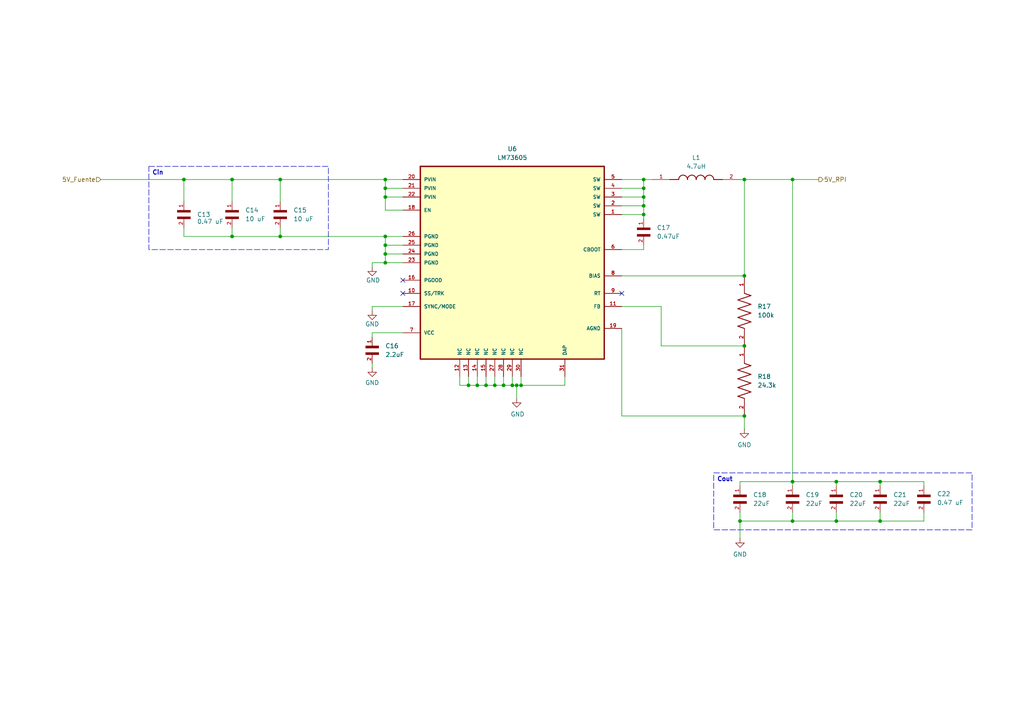
<source format=kicad_sch>
(kicad_sch (version 20250114) (generator "eeschema") (generator_version "9.0")
  (paper "A4")
  (title_block (title "Regulador "))
  (lib_symbols
    (symbol "0603WAJ0104T5E:0603WAJ0104T5E" (pin_names (offset 1.016))
      (property "Reference" "R" (at -5.08 2.54 0))
      (property "Value" "0603WAJ0104T5E" (at -5.08 -3.81 0))
      (symbol "0603WAJ0104T5E_0_0"
        (polyline (pts (xy -5.08 0) (xy -4.445 1.905)) (stroke (width 0.254)))
        (polyline (pts (xy -4.445 1.905) (xy -3.175 -1.905)) (stroke (width 0.254)))
        (polyline (pts (xy -3.175 -1.905) (xy -1.905 1.905)) (stroke (width 0.254)))
        (polyline (pts (xy -1.905 1.905) (xy -0.635 -1.905)) (stroke (width 0.254)))
        (polyline (pts (xy -0.635 -1.905) (xy 0.635 1.905)) (stroke (width 0.254)))
        (polyline (pts (xy 0.635 1.905) (xy 1.905 -1.905)) (stroke (width 0.254)))
        (polyline (pts (xy 1.905 -1.905) (xy 3.175 1.905)) (stroke (width 0.254)))
        (polyline (pts (xy 3.175 1.905) (xy 4.445 -1.905)) (stroke (width 0.254)))
        (polyline (pts (xy 4.445 -1.905) (xy 5.08 0)) (stroke (width 0.254)))
        (pin passive line (at -10.16 0 0) (length 5.08) (name "~") (number "1"))
        (pin passive line (at 10.16 0 180) (length 5.08) (name "~") (number "2"))
      )
    )
    (symbol "0805W8F2432T5E:0805W8F2432T5E" (pin_names (offset 1.016))
      (property "Reference" "R" (at -5.08 2.54 0))
      (property "Value" "0805W8F2432T5E" (at -5.08 -3.81 0))
      (symbol "0805W8F2432T5E_0_0"
        (polyline (pts (xy -5.08 0) (xy -4.445 1.905)) (stroke (width 0.254)))
        (polyline (pts (xy -4.445 1.905) (xy -3.175 -1.905)) (stroke (width 0.254)))
        (polyline (pts (xy -3.175 -1.905) (xy -1.905 1.905)) (stroke (width 0.254)))
        (polyline (pts (xy -1.905 1.905) (xy -0.635 -1.905)) (stroke (width 0.254)))
        (polyline (pts (xy -0.635 -1.905) (xy 0.635 1.905)) (stroke (width 0.254)))
        (polyline (pts (xy 0.635 1.905) (xy 1.905 -1.905)) (stroke (width 0.254)))
        (polyline (pts (xy 1.905 -1.905) (xy 3.175 1.905)) (stroke (width 0.254)))
        (polyline (pts (xy 3.175 1.905) (xy 4.445 -1.905)) (stroke (width 0.254)))
        (polyline (pts (xy 4.445 -1.905) (xy 5.08 0)) (stroke (width 0.254)))
        (pin passive line (at -10.16 0 0) (length 5.08) (name "~") (number "1"))
        (pin passive line (at 10.16 0 180) (length 5.08) (name "~") (number "2"))
      )
    )
    (symbol "CC0603KRX7R7BB474:CC0603KRX7R7BB474" (pin_names (offset 1.016))
      (property "Reference" "C" (at 0 3.81 0))
      (property "Value" "CC0603KRX7R7BB474" (at 0 -5.08 0))
      (symbol "CC0603KRX7R7BB474_0_0"
        (rectangle (start 0 -1.905) (end 0.635 1.905) (stroke (width 0.1)) (fill (type outline)))
        (rectangle (start 1.905 -1.905) (end 2.54 1.905) (stroke (width 0.1)) (fill (type outline)))
        (pin passive line (at -2.54 0 0) (length 2.54) (name "~") (number "2"))
        (pin passive line (at 5.08 0 180) (length 2.54) (name "~") (number "1"))
      )
    )
    (symbol "CL31B106KOHNNNE:CL31B106KOHNNNE" (pin_names (offset 1.016))
      (property "Reference" "C" (at 0 3.8109 0))
      (property "Value" "CL31B106KOHNNNE" (at 0 -5.0885 0))
      (symbol "CL31B106KOHNNNE_0_0"
        (rectangle (start 0 -1.9069) (end 0.635 1.905) (stroke (width 0.1)) (fill (type outline)))
        (rectangle (start 1.9069 -1.9069) (end 2.54 1.905) (stroke (width 0.1)) (fill (type outline)))
        (pin passive line (at -2.54 0 0) (length 2.54) (name "~") (number "1"))
        (pin passive line (at 5.08 0 180) (length 2.54) (name "~") (number "2"))
      )
    )
    (symbol "CL31B225KOHNNNE:CL31B225KOHNNNE" (pin_names (offset 1.016))
      (property "Reference" "C" (at 0 3.8109 0))
      (property "Value" "CL31B225KOHNNNE" (at 0 -5.0885 0))
      (symbol "CL31B225KOHNNNE_0_0"
        (rectangle (start 0 -1.9069) (end 0.635 1.905) (stroke (width 0.1)) (fill (type outline)))
        (rectangle (start 1.9069 -1.9069) (end 2.54 1.905) (stroke (width 0.1)) (fill (type outline)))
        (pin passive line (at -2.54 0 0) (length 2.54) (name "~") (number "1"))
        (pin passive line (at 5.08 0 180) (length 2.54) (name "~") (number "2"))
      )
    )
    (symbol "CL32B226KOJNNNE:CL32B226KOJNNNE" (pin_names (offset 1.016))
      (property "Reference" "C" (at 0 3.8109 0))
      (property "Value" "CL32B226KOJNNNE" (at 0 -5.0885 0))
      (symbol "CL32B226KOJNNNE_0_0"
        (rectangle (start 0 -1.9069) (end 0.635 1.905) (stroke (width 0.1)) (fill (type outline)))
        (rectangle (start 1.9069 -1.9069) (end 2.54 1.905) (stroke (width 0.1)) (fill (type outline)))
        (pin passive line (at -2.54 0 0) (length 2.54) (name "~") (number "1"))
        (pin passive line (at 5.08 0 180) (length 2.54) (name "~") (number "2"))
      )
    )
    (symbol "LM73606RNPR:LM73605/6" (pin_names (offset 1.016))
      (property "Reference" "U1" (at -4.318 31.496 0))
      (property "Value" "LM73605/6" (at -4.318 28.194 0))
      (symbol "LM73605/6_0_0"
        (rectangle (start -12.7 25.4) (end 40.64 -30.48) (stroke (width 0.4064)) (fill (type background)))
      )
      (symbol "LM73605/6_1_0"
        (pin input line (at -17.78 21.59 0) (length 5.08) (name "PVIN") (number "20"))
        (pin input line (at -17.78 19.05 0) (length 5.08) (name "PVIN") (number "21"))
        (pin input line (at -17.78 16.51 0) (length 5.08) (name "PVIN") (number "22"))
        (pin input line (at -17.78 12.7 0) (length 5.08) (name "EN") (number "18"))
        (pin input line (at -17.78 5.08 0) (length 5.08) (name "PGND") (number "26"))
        (pin input line (at -17.78 2.54 0) (length 5.08) (name "PGND") (number "25"))
        (pin input line (at -17.78 0 0) (length 5.08) (name "PGND") (number "24"))
        (pin input line (at -17.78 -2.54 0) (length 5.08) (name "PGND") (number "23"))
        (pin output line (at -17.78 -7.62 0) (length 5.08) (name "PGOOD") (number "16"))
        (pin input line (at -17.78 -11.43 0) (length 5.08) (name "SS/TRK") (number "10"))
        (pin input line (at -17.78 -15.24 0) (length 5.08) (name "SYNC/MODE") (number "17"))
        (pin input line (at -17.78 -22.86 0) (length 5.08) (name "VCC") (number "7"))
        (pin passive line (at -1.27 -35.56 90) (length 5.08) (name "NC") (number "12"))
        (pin passive line (at 1.27 -35.56 90) (length 5.08) (name "NC") (number "13"))
        (pin passive line (at 3.81 -35.56 90) (length 5.08) (name "NC") (number "14"))
        (pin passive line (at 6.35 -35.56 90) (length 5.08) (name "NC") (number "15"))
        (pin passive line (at 8.89 -35.56 90) (length 5.08) (name "NC") (number "27"))
        (pin passive line (at 11.43 -35.56 90) (length 5.08) (name "NC") (number "28"))
        (pin passive line (at 13.97 -35.56 90) (length 5.08) (name "NC") (number "29"))
        (pin passive line (at 16.51 -35.56 90) (length 5.08) (name "NC") (number "30"))
        (pin passive line (at 29.21 -35.56 90) (length 5.08) (name "DAP") (number "31"))
        (pin output line (at 45.72 21.59 180) (length 5.08) (name "SW") (number "5"))
        (pin output line (at 45.72 19.05 180) (length 5.08) (name "SW") (number "4"))
        (pin output line (at 45.72 16.51 180) (length 5.08) (name "SW") (number "3"))
        (pin output line (at 45.72 13.97 180) (length 5.08) (name "SW") (number "2"))
        (pin output line (at 45.72 11.43 180) (length 5.08) (name "SW") (number "1"))
        (pin input line (at 45.72 1.27 180) (length 5.08) (name "CBOOT") (number "6"))
        (pin input line (at 45.72 -6.35 180) (length 5.08) (name "BIAS") (number "8"))
        (pin input line (at 45.72 -11.43 180) (length 5.08) (name "RT") (number "9"))
        (pin input line (at 45.72 -15.24 180) (length 5.08) (name "FB") (number "11"))
        (pin input line (at 45.72 -21.59 180) (length 5.08) (name "AGND") (number "19"))
      )
    )
    (symbol "SPM10040T-4R7M:SPM10040T-4R7M" (pin_names (offset 1.016))
      (property "Reference" "L" (at -10.16 5.08 0))
      (property "Value" "SPM10040T-4R7M" (at -10.16 -5.08 0))
      (symbol "SPM10040T-4R7M_0_0"
        (polyline (pts (xy -5.08 0) (xy -7.62 0)) (stroke (width 0.254)))
        (arc (start -5.08 0) (mid -3.81 1.2645) (end -2.54 0) (stroke (width 0.254)))
        (arc (start -2.54 0) (mid -1.27 1.2645) (end 0 0) (stroke (width 0.254)))
        (arc (start 0 0) (mid 1.27 1.2645) (end 2.54 0) (stroke (width 0.254)))
        (arc (start 2.54 0) (mid 3.81 1.2645) (end 5.08 0) (stroke (width 0.254)))
        (polyline (pts (xy 5.08 0) (xy 7.62 0)) (stroke (width 0.254)))
        (pin passive line (at -12.7 0 0) (length 5.08) (name "~") (number "1"))
        (pin passive line (at 12.7 0 180) (length 5.08) (name "~") (number "2"))
      )
    )
    (symbol "power:GND" (power) (pin_numbers (hide yes)) (pin_names (offset 0) (hide yes))
      (property "Value" "GND" (at 0 -3.81 0))
      (symbol "GND_0_1"
        (polyline (pts (xy 0 0) (xy 0 -1.27) (xy 1.27 -1.27) (xy 0 -2.54) (xy -1.27 -1.27) (xy 0 -1.27)))
      )
      (symbol "GND_1_1"
        (pin power_in line (at 0 0 270) (length 0) (name "~") (number "1"))
      )
    )
  )
  (text_box "Cin" (at 43.18 48.26 0) (size 52.07 24.13) (margins 0.9525 0.9525 0.9525 0.9525) (stroke (width 0) (type dash)) (effects (font (size 1.27 1.27) (thickness 0.254) (bold yes)) (justify left top)))
  (text_box "Cout" (at 207.01 137.16 0) (size 74.93 16.51) (margins 0.9525 0.9525 0.9525 0.9525) (stroke (width 0) (type dash)) (effects (font (size 1.27 1.27) (thickness 0.254) (bold yes)) (justify left top)))
  (junction (at 242.57 151.13))
  (junction (at 140.97 111.76))
  (junction (at 138.43 111.76))
  (junction (at 81.28 52.07))
  (junction (at 229.87 52.07))
  (junction (at 215.9 100.33))
  (junction (at 67.31 52.07))
  (junction (at 111.76 73.66))
  (junction (at 186.69 62.23))
  (junction (at 255.27 151.13))
  (junction (at 111.76 71.12))
  (junction (at 149.86 111.76))
  (junction (at 81.28 68.58))
  (junction (at 111.76 52.07))
  (junction (at 229.87 151.13))
  (junction (at 186.69 59.69))
  (junction (at 143.51 111.76))
  (junction (at 255.27 139.7))
  (junction (at 215.9 120.65))
  (junction (at 111.76 54.61))
  (junction (at 151.13 111.76))
  (junction (at 242.57 139.7))
  (junction (at 186.69 54.61))
  (junction (at 229.87 139.7))
  (junction (at 215.9 52.07))
  (junction (at 53.34 52.07))
  (junction (at 135.89 111.76))
  (junction (at 111.76 76.2))
  (junction (at 111.76 68.58))
  (junction (at 214.63 151.13))
  (junction (at 67.31 68.58))
  (junction (at 148.59 111.76))
  (junction (at 186.69 52.07))
  (junction (at 215.9 80.01))
  (junction (at 146.05 111.76))
  (junction (at 111.76 57.15))
  (junction (at 186.69 57.15))
  (no_connect (at 116.84 85.09))
  (no_connect (at 180.34 85.09))
  (no_connect (at 116.84 81.28))
  (wire (pts (xy 215.9 80.01) (xy 215.9 52.07)))
  (wire (pts (xy 53.34 52.07) (xy 53.34 58.42)))
  (wire (pts (xy 138.43 109.22) (xy 138.43 111.76)))
  (wire (pts (xy 67.31 68.58) (xy 53.34 68.58)))
  (wire (pts (xy 267.97 148.59) (xy 267.97 151.13)))
  (wire (pts (xy 116.84 57.15) (xy 111.76 57.15)))
  (wire (pts (xy 116.84 60.96) (xy 111.76 60.96)))
  (wire (pts (xy 242.57 139.7) (xy 242.57 140.97)))
  (wire (pts (xy 107.95 76.2) (xy 111.76 76.2)))
  (wire (pts (xy 229.87 52.07) (xy 237.49 52.07)))
  (wire (pts (xy 215.9 120.65) (xy 180.34 120.65)))
  (wire (pts (xy 180.34 57.15) (xy 186.69 57.15)))
  (wire (pts (xy 186.69 71.12) (xy 186.69 72.39)))
  (wire (pts (xy 133.35 111.76) (xy 135.89 111.76)))
  (wire (pts (xy 111.76 54.61) (xy 116.84 54.61)))
  (wire (pts (xy 107.95 105.41) (xy 107.95 106.68)))
  (wire (pts (xy 81.28 52.07) (xy 81.28 58.42)))
  (wire (pts (xy 191.77 100.33) (xy 191.77 88.9)))
  (wire (pts (xy 116.84 71.12) (xy 111.76 71.12)))
  (wire (pts (xy 215.9 100.33) (xy 191.77 100.33)))
  (wire (pts (xy 163.83 109.22) (xy 163.83 111.76)))
  (wire (pts (xy 186.69 57.15) (xy 186.69 54.61)))
  (wire (pts (xy 242.57 151.13) (xy 229.87 151.13)))
  (wire (pts (xy 229.87 151.13) (xy 214.63 151.13)))
  (wire (pts (xy 242.57 148.59) (xy 242.57 151.13)))
  (wire (pts (xy 149.86 111.76) (xy 149.86 115.57)))
  (wire (pts (xy 255.27 151.13) (xy 242.57 151.13)))
  (wire (pts (xy 107.95 96.52) (xy 116.84 96.52)))
  (wire (pts (xy 146.05 111.76) (xy 148.59 111.76)))
  (wire (pts (xy 135.89 111.76) (xy 138.43 111.76)))
  (wire (pts (xy 111.76 57.15) (xy 111.76 54.61)))
  (wire (pts (xy 67.31 66.04) (xy 67.31 68.58)))
  (wire (pts (xy 214.63 139.7) (xy 214.63 140.97)))
  (wire (pts (xy 186.69 72.39) (xy 180.34 72.39)))
  (wire (pts (xy 81.28 68.58) (xy 67.31 68.58)))
  (wire (pts (xy 53.34 52.07) (xy 67.31 52.07)))
  (wire (pts (xy 186.69 59.69) (xy 186.69 57.15)))
  (wire (pts (xy 67.31 52.07) (xy 67.31 58.42)))
  (wire (pts (xy 186.69 52.07) (xy 189.23 52.07)))
  (wire (pts (xy 229.87 148.59) (xy 229.87 151.13)))
  (wire (pts (xy 111.76 68.58) (xy 81.28 68.58)))
  (wire (pts (xy 214.63 148.59) (xy 214.63 151.13)))
  (wire (pts (xy 229.87 139.7) (xy 214.63 139.7)))
  (wire (pts (xy 186.69 54.61) (xy 180.34 54.61)))
  (wire (pts (xy 107.95 76.2) (xy 107.95 77.47)))
  (wire (pts (xy 151.13 111.76) (xy 163.83 111.76)))
  (wire (pts (xy 255.27 139.7) (xy 242.57 139.7)))
  (wire (pts (xy 180.34 95.25) (xy 180.34 120.65)))
  (wire (pts (xy 67.31 52.07) (xy 81.28 52.07)))
  (wire (pts (xy 186.69 62.23) (xy 186.69 59.69)))
  (wire (pts (xy 267.97 139.7) (xy 255.27 139.7)))
  (wire (pts (xy 81.28 52.07) (xy 111.76 52.07)))
  (wire (pts (xy 111.76 60.96) (xy 111.76 57.15)))
  (wire (pts (xy 180.34 62.23) (xy 186.69 62.23)))
  (wire (pts (xy 29.21 52.07) (xy 53.34 52.07)))
  (wire (pts (xy 138.43 111.76) (xy 140.97 111.76)))
  (wire (pts (xy 111.76 73.66) (xy 111.76 71.12)))
  (wire (pts (xy 214.63 151.13) (xy 214.63 156.21)))
  (wire (pts (xy 229.87 52.07) (xy 229.87 139.7)))
  (wire (pts (xy 146.05 109.22) (xy 146.05 111.76)))
  (wire (pts (xy 151.13 111.76) (xy 151.13 109.22)))
  (wire (pts (xy 267.97 140.97) (xy 267.97 139.7)))
  (wire (pts (xy 255.27 148.59) (xy 255.27 151.13)))
  (wire (pts (xy 186.69 52.07) (xy 186.69 54.61)))
  (wire (pts (xy 107.95 90.17) (xy 107.95 88.9)))
  (wire (pts (xy 140.97 109.22) (xy 140.97 111.76)))
  (wire (pts (xy 186.69 62.23) (xy 186.69 63.5)))
  (wire (pts (xy 148.59 111.76) (xy 149.86 111.76)))
  (wire (pts (xy 107.95 88.9) (xy 116.84 88.9)))
  (wire (pts (xy 180.34 59.69) (xy 186.69 59.69)))
  (wire (pts (xy 140.97 111.76) (xy 143.51 111.76)))
  (wire (pts (xy 135.89 109.22) (xy 135.89 111.76)))
  (wire (pts (xy 81.28 66.04) (xy 81.28 68.58)))
  (wire (pts (xy 111.76 76.2) (xy 111.76 73.66)))
  (wire (pts (xy 143.51 111.76) (xy 146.05 111.76)))
  (wire (pts (xy 255.27 139.7) (xy 255.27 140.97)))
  (wire (pts (xy 143.51 109.22) (xy 143.51 111.76)))
  (wire (pts (xy 215.9 52.07) (xy 229.87 52.07)))
  (wire (pts (xy 116.84 73.66) (xy 111.76 73.66)))
  (wire (pts (xy 53.34 68.58) (xy 53.34 66.04)))
  (wire (pts (xy 215.9 120.65) (xy 215.9 124.46)))
  (wire (pts (xy 149.86 111.76) (xy 151.13 111.76)))
  (wire (pts (xy 215.9 52.07) (xy 214.63 52.07)))
  (wire (pts (xy 242.57 139.7) (xy 229.87 139.7)))
  (wire (pts (xy 111.76 54.61) (xy 111.76 52.07)))
  (wire (pts (xy 107.95 97.79) (xy 107.95 96.52)))
  (wire (pts (xy 111.76 71.12) (xy 111.76 68.58)))
  (wire (pts (xy 133.35 109.22) (xy 133.35 111.76)))
  (wire (pts (xy 191.77 88.9) (xy 180.34 88.9)))
  (wire (pts (xy 267.97 151.13) (xy 255.27 151.13)))
  (wire (pts (xy 180.34 80.01) (xy 215.9 80.01)))
  (wire (pts (xy 116.84 76.2) (xy 111.76 76.2)))
  (wire (pts (xy 148.59 109.22) (xy 148.59 111.76)))
  (wire (pts (xy 116.84 68.58) (xy 111.76 68.58)))
  (wire (pts (xy 229.87 139.7) (xy 229.87 140.97)))
  (wire (pts (xy 180.34 52.07) (xy 186.69 52.07)))
  (wire (pts (xy 111.76 52.07) (xy 116.84 52.07)))
  (hierarchical_label "5V_RPI" (shape output) (at 237.49 52.07 0))
  (hierarchical_label "5V_Fuente" (shape input) (at 29.21 52.07 180))
  (symbol (lib_id "power:GND") (at 107.95 106.68 0) (unit 1)
    (property "Reference" "#PWR031" (effects (hide yes)))
    (property "Value" "GND" (at 107.95 110.998 0))
    (property "Description" "Power symbol creates a global label with name \"GND\" , ground" (effects (hide yes)))
  )
  (symbol (lib_id "CL32B226KOJNNNE:CL32B226KOJNNNE") (at 242.57 143.51 270) (unit 1)
    (property "Reference" "C20" (at 246.38 143.5099 90) (effects (justify left)))
    (property "Value" "22uF" (at 246.38 146.0499 90) (effects (justify left)))
    (property "Footprint" "CL32B226KOJNNNE:CAPC3225X270N" (effects (hide yes)))
    (property "L1_min" "0.3" (effects (hide yes)))
    (property "Check_prices" "https://www.snapeda.com/parts/CL32B226KOJNNNE/Samsung/view-part/?ref=eda" (effects (hide yes)))
    (property "Package" "SMD-2 Samsung" (effects (hide yes)))
    (property "SnapEDA_Link" "https://www.snapeda.com/parts/CL32B226KOJNNNE/Samsung/view-part/?ref=snap" (effects (hide yes)))
    (property "STANDARD" "IPC 7351B" (effects (hide yes)))
    (property "E_min" "2.3" (effects (hide yes)))
    (property "MF" "Samsung" (effects (hide yes)))
    (property "D_min" "2.9" (effects (hide yes)))
    (property "D_nom" "3.2" (effects (hide yes)))
    (property "L_min" "0.3" (effects (hide yes)))
    (property "E_max" "2.7" (effects (hide yes)))
    (property "L_max" "0.9" (effects (hide yes)))
    (property "A_max" "2.7" (effects (hide yes)))
    (property "L1_nom" "0.6" (effects (hide yes)))
    (property "Description_1" "22 µF ±10% 16V Ceramic Capacitor X7R 1210 (3225 Metric)" (effects (hide yes)))
    (property "D_max" "3.5" (effects (hide yes)))
    (property "A_nom" "2.7" (effects (hide yes)))
    (property "L1_max" "0.9" (effects (hide yes)))
    (property "A_min" "2.7" (effects (hide yes)))
    (property "Availability" "In Stock" (effects (hide yes)))
    (property "MP" "CL32B226KOJNNNE" (effects (hide yes)))
    (property "E_nom" "2.5" (effects (hide yes)))
    (property "MANUFACTURER" "Samsung" (effects (hide yes)))
    (property "Price" "None" (effects (hide yes)))
    (property "L_nom" "0.6" (effects (hide yes)))
  )
  (symbol (lib_id "power:GND") (at 214.63 156.21 0) (unit 1)
    (property "Reference" "#PWR032" (effects (hide yes)))
    (property "Value" "GND" (at 214.63 160.782 0))
    (property "Description" "Power symbol creates a global label with name \"GND\" , ground" (effects (hide yes)))
  )
  (symbol (lib_id "power:GND") (at 107.95 77.47 0) (unit 1)
    (property "Reference" "#PWR029" (effects (hide yes)))
    (property "Value" "GND" (at 108.204 81.28 0))
    (property "Description" "Power symbol creates a global label with name \"GND\" , ground" (effects (hide yes)))
  )
  (symbol (lib_id "CL31B225KOHNNNE:CL31B225KOHNNNE") (at 107.95 100.33 270) (unit 1)
    (property "Reference" "C16" (at 111.76 100.3299 90) (effects (justify left)))
    (property "Value" "2.2uF" (at 111.76 102.8699 90) (effects (justify left)))
    (property "Footprint" "CL31B225KOHNNNE:CAPC3216X180N" (effects (hide yes)))
    (property "L1_min" "0.2" (effects (hide yes)))
    (property "Check_prices" "https://www.snapeda.com/parts/CL31B225KOHNNNE/Samsung/view-part/?ref=eda" (effects (hide yes)))
    (property "Package" "SMD-2 Samsung" (effects (hide yes)))
    (property "SnapEDA_Link" "https://www.snapeda.com/parts/CL31B225KOHNNNE/Samsung/view-part/?ref=snap" (effects (hide yes)))
    (property "STANDARD" "IPC 7351B" (effects (hide yes)))
    (property "E_min" "1.4" (effects (hide yes)))
    (property "MF" "Samsung" (effects (hide yes)))
    (property "D_min" "3.0" (effects (hide yes)))
    (property "D_nom" "3.2" (effects (hide yes)))
    (property "L_min" "0.2" (effects (hide yes)))
    (property "E_max" "1.8" (effects (hide yes)))
    (property "L_max" "0.8" (effects (hide yes)))
    (property "A_max" "1.8" (effects (hide yes)))
    (property "L1_nom" "0.5" (effects (hide yes)))
    (property "Description_1" "2.2 µF ±10% 16V Ceramic Capacitor X7R 1206 (3216 Metric)" (effects (hide yes)))
    (property "D_max" "3.4" (effects (hide yes)))
    (property "A_nom" "1.8" (effects (hide yes)))
    (property "L1_max" "0.8" (effects (hide yes)))
    (property "A_min" "1.8" (effects (hide yes)))
    (property "Availability" "In Stock" (effects (hide yes)))
    (property "MP" "CL31B225KOHNNNE" (effects (hide yes)))
    (property "E_nom" "1.6" (effects (hide yes)))
    (property "MANUFACTURER" "Samsung" (effects (hide yes)))
    (property "Price" "None" (effects (hide yes)))
    (property "L_nom" "0.5" (effects (hide yes)))
  )
  (symbol (lib_id "LM73606RNPR:LM73605/6") (at 134.62 73.66 0) (unit 1)
    (property "Reference" "U6" (at 148.59 43.18 0))
    (property "Value" "LM73605" (at 148.59 45.72 0))
    (property "Footprint" "LM73606RNPT-copia:QFN50P600X400X80-31N" (effects (hide yes)))
  )
  (symbol (lib_id "power:GND") (at 149.86 115.57 0) (unit 1)
    (property "Reference" "#PWR040" (effects (hide yes)))
    (property "Value" "GND" (at 150.114 120.142 0))
    (property "Description" "Power symbol creates a global label with name \"GND\" , ground" (effects (hide yes)))
  )
  (symbol (lib_id "CL31B106KOHNNNE:CL31B106KOHNNNE") (at 67.31 60.96 270) (unit 1)
    (property "Reference" "C14" (at 71.12 60.9599 90) (effects (justify left)))
    (property "Value" "10 uF" (at 71.12 63.4999 90) (effects (justify left)))
    (property "Footprint" "CL31B106KOHNNNE:CAPC3216X180N" (effects (hide yes)))
    (property "L1_min" "0.2" (effects (hide yes)))
    (property "Check_prices" "https://www.snapeda.com/parts/CL31B106KOHNNNE/Samsung/view-part/?ref=eda" (effects (hide yes)))
    (property "Package" "SMD-2 Samsung" (effects (hide yes)))
    (property "SnapEDA_Link" "https://www.snapeda.com/parts/CL31B106KOHNNNE/Samsung/view-part/?ref=snap" (effects (hide yes)))
    (property "STANDARD" "IPC 7351B" (effects (hide yes)))
    (property "E_min" "1.4" (effects (hide yes)))
    (property "MF" "Samsung" (effects (hide yes)))
    (property "D_min" "3.0" (effects (hide yes)))
    (property "D_nom" "3.2" (effects (hide yes)))
    (property "L_min" "0.2" (effects (hide yes)))
    (property "E_max" "1.8" (effects (hide yes)))
    (property "L_max" "0.8" (effects (hide yes)))
    (property "A_max" "1.8" (effects (hide yes)))
    (property "L1_nom" "0.5" (effects (hide yes)))
    (property "Description_1" "10 µF ±10% 16V Ceramic Capacitor X7R 1206 (3216 Metric)" (effects (hide yes)))
    (property "D_max" "3.4" (effects (hide yes)))
    (property "A_nom" "1.8" (effects (hide yes)))
    (property "L1_max" "0.8" (effects (hide yes)))
    (property "A_min" "1.8" (effects (hide yes)))
    (property "Availability" "In Stock" (effects (hide yes)))
    (property "MP" "CL31B106KOHNNNE" (effects (hide yes)))
    (property "E_nom" "1.6" (effects (hide yes)))
    (property "MANUFACTURER" "Samsung" (effects (hide yes)))
    (property "Price" "None" (effects (hide yes)))
    (property "L_nom" "0.5" (effects (hide yes)))
  )
  (symbol (lib_id "CL32B226KOJNNNE:CL32B226KOJNNNE") (at 214.63 143.51 270) (unit 1)
    (property "Reference" "C18" (at 218.44 143.5099 90) (effects (justify left)))
    (property "Value" "22uF" (at 218.44 146.0499 90) (effects (justify left)))
    (property "Footprint" "CL32B226KOJNNNE:CAPC3225X270N" (effects (hide yes)))
    (property "L1_min" "0.3" (effects (hide yes)))
    (property "Check_prices" "https://www.snapeda.com/parts/CL32B226KOJNNNE/Samsung/view-part/?ref=eda" (effects (hide yes)))
    (property "Package" "SMD-2 Samsung" (effects (hide yes)))
    (property "SnapEDA_Link" "https://www.snapeda.com/parts/CL32B226KOJNNNE/Samsung/view-part/?ref=snap" (effects (hide yes)))
    (property "STANDARD" "IPC 7351B" (effects (hide yes)))
    (property "E_min" "2.3" (effects (hide yes)))
    (property "MF" "Samsung" (effects (hide yes)))
    (property "D_min" "2.9" (effects (hide yes)))
    (property "D_nom" "3.2" (effects (hide yes)))
    (property "L_min" "0.3" (effects (hide yes)))
    (property "E_max" "2.7" (effects (hide yes)))
    (property "L_max" "0.9" (effects (hide yes)))
    (property "A_max" "2.7" (effects (hide yes)))
    (property "L1_nom" "0.6" (effects (hide yes)))
    (property "Description_1" "22 µF ±10% 16V Ceramic Capacitor X7R 1210 (3225 Metric)" (effects (hide yes)))
    (property "D_max" "3.5" (effects (hide yes)))
    (property "A_nom" "2.7" (effects (hide yes)))
    (property "L1_max" "0.9" (effects (hide yes)))
    (property "A_min" "2.7" (effects (hide yes)))
    (property "Availability" "In Stock" (effects (hide yes)))
    (property "MP" "CL32B226KOJNNNE" (effects (hide yes)))
    (property "E_nom" "2.5" (effects (hide yes)))
    (property "MANUFACTURER" "Samsung" (effects (hide yes)))
    (property "Price" "None" (effects (hide yes)))
    (property "L_nom" "0.6" (effects (hide yes)))
  )
  (symbol (lib_id "CC0603KRX7R7BB474:CC0603KRX7R7BB474") (at 53.34 63.5 90) (unit 1)
    (property "Reference" "C13" (at 57.15 62.2299 90) (effects (justify right)))
    (property "Value" "0.47 uF" (at 57.15 64.262 90) (effects (justify right)))
    (property "Footprint" "CC0603KRX7R7BB474:CAPC1608X90" (effects (hide yes)))
    (property "MF" "Yageo" (effects (hide yes)))
    (property "Description_1" "0.47 µF ±10% 16V Ceramic Capacitor X7R 0603 (1608 Metric)" (effects (hide yes)))
    (property "Package" "0603 Yageo" (effects (hide yes)))
    (property "Price" "None" (effects (hide yes)))
    (property "SnapEDA_Link" "https://www.snapeda.com/parts/CC0603KRX7R7BB474/Yageo/view-part/?ref=snap" (effects (hide yes)))
    (property "MP" "CC0603KRX7R7BB474" (effects (hide yes)))
    (property "Availability" "In Stock" (effects (hide yes)))
    (property "Check_prices" "https://www.snapeda.com/parts/CC0603KRX7R7BB474/Yageo/view-part/?ref=eda" (effects (hide yes)))
  )
  (symbol (lib_id "CL31B106KOHNNNE:CL31B106KOHNNNE") (at 81.28 60.96 270) (unit 1)
    (property "Reference" "C15" (at 85.09 60.9599 90) (effects (justify left)))
    (property "Value" "10 uF" (at 85.09 63.4999 90) (effects (justify left)))
    (property "Footprint" "CL31B106KOHNNNE:CAPC3216X180N" (effects (hide yes)))
    (property "L1_min" "0.2" (effects (hide yes)))
    (property "Check_prices" "https://www.snapeda.com/parts/CL31B106KOHNNNE/Samsung/view-part/?ref=eda" (effects (hide yes)))
    (property "Package" "SMD-2 Samsung" (effects (hide yes)))
    (property "SnapEDA_Link" "https://www.snapeda.com/parts/CL31B106KOHNNNE/Samsung/view-part/?ref=snap" (effects (hide yes)))
    (property "STANDARD" "IPC 7351B" (effects (hide yes)))
    (property "E_min" "1.4" (effects (hide yes)))
    (property "MF" "Samsung" (effects (hide yes)))
    (property "D_min" "3.0" (effects (hide yes)))
    (property "D_nom" "3.2" (effects (hide yes)))
    (property "L_min" "0.2" (effects (hide yes)))
    (property "E_max" "1.8" (effects (hide yes)))
    (property "L_max" "0.8" (effects (hide yes)))
    (property "A_max" "1.8" (effects (hide yes)))
    (property "L1_nom" "0.5" (effects (hide yes)))
    (property "Description_1" "10 µF ±10% 16V Ceramic Capacitor X7R 1206 (3216 Metric)" (effects (hide yes)))
    (property "D_max" "3.4" (effects (hide yes)))
    (property "A_nom" "1.8" (effects (hide yes)))
    (property "L1_max" "0.8" (effects (hide yes)))
    (property "A_min" "1.8" (effects (hide yes)))
    (property "Availability" "In Stock" (effects (hide yes)))
    (property "MP" "CL31B106KOHNNNE" (effects (hide yes)))
    (property "E_nom" "1.6" (effects (hide yes)))
    (property "MANUFACTURER" "Samsung" (effects (hide yes)))
    (property "Price" "None" (effects (hide yes)))
    (property "L_nom" "0.5" (effects (hide yes)))
  )
  (symbol (lib_id "CL32B226KOJNNNE:CL32B226KOJNNNE") (at 229.87 143.51 270) (unit 1)
    (property "Reference" "C19" (at 233.68 143.5099 90) (effects (justify left)))
    (property "Value" "22uF" (at 233.68 146.0499 90) (effects (justify left)))
    (property "Footprint" "CL32B226KOJNNNE:CAPC3225X270N" (effects (hide yes)))
    (property "L1_min" "0.3" (effects (hide yes)))
    (property "Check_prices" "https://www.snapeda.com/parts/CL32B226KOJNNNE/Samsung/view-part/?ref=eda" (effects (hide yes)))
    (property "Package" "SMD-2 Samsung" (effects (hide yes)))
    (property "SnapEDA_Link" "https://www.snapeda.com/parts/CL32B226KOJNNNE/Samsung/view-part/?ref=snap" (effects (hide yes)))
    (property "STANDARD" "IPC 7351B" (effects (hide yes)))
    (property "E_min" "2.3" (effects (hide yes)))
    (property "MF" "Samsung" (effects (hide yes)))
    (property "D_min" "2.9" (effects (hide yes)))
    (property "D_nom" "3.2" (effects (hide yes)))
    (property "L_min" "0.3" (effects (hide yes)))
    (property "E_max" "2.7" (effects (hide yes)))
    (property "L_max" "0.9" (effects (hide yes)))
    (property "A_max" "2.7" (effects (hide yes)))
    (property "L1_nom" "0.6" (effects (hide yes)))
    (property "Description_1" "22 µF ±10% 16V Ceramic Capacitor X7R 1210 (3225 Metric)" (effects (hide yes)))
    (property "D_max" "3.5" (effects (hide yes)))
    (property "A_nom" "2.7" (effects (hide yes)))
    (property "L1_max" "0.9" (effects (hide yes)))
    (property "A_min" "2.7" (effects (hide yes)))
    (property "Availability" "In Stock" (effects (hide yes)))
    (property "MP" "CL32B226KOJNNNE" (effects (hide yes)))
    (property "E_nom" "2.5" (effects (hide yes)))
    (property "MANUFACTURER" "Samsung" (effects (hide yes)))
    (property "Price" "None" (effects (hide yes)))
    (property "L_nom" "0.6" (effects (hide yes)))
  )
  (symbol (lib_id "CC0603KRX7R7BB474:CC0603KRX7R7BB474") (at 267.97 146.05 90) (unit 1)
    (property "Reference" "C22" (at 271.78 143.256 90) (effects (justify right)))
    (property "Value" "0.47 uF" (at 271.78 145.796 90) (effects (justify right)))
    (property "Footprint" "CC0603KRX7R7BB474:CAPC1608X90" (effects (hide yes)))
    (property "MF" "Yageo" (effects (hide yes)))
    (property "Description_1" "0.47 µF ±10% 16V Ceramic Capacitor X7R 0603 (1608 Metric)" (effects (hide yes)))
    (property "Package" "0603 Yageo" (effects (hide yes)))
    (property "Price" "None" (effects (hide yes)))
    (property "SnapEDA_Link" "https://www.snapeda.com/parts/CC0603KRX7R7BB474/Yageo/view-part/?ref=snap" (effects (hide yes)))
    (property "MP" "CC0603KRX7R7BB474" (effects (hide yes)))
    (property "Availability" "In Stock" (effects (hide yes)))
    (property "Check_prices" "https://www.snapeda.com/parts/CC0603KRX7R7BB474/Yageo/view-part/?ref=eda" (effects (hide yes)))
  )
  (symbol (lib_id "CL32B226KOJNNNE:CL32B226KOJNNNE") (at 255.27 143.51 270) (unit 1)
    (property "Reference" "C21" (at 259.08 143.5099 90) (effects (justify left)))
    (property "Value" "22uF" (at 259.08 146.0499 90) (effects (justify left)))
    (property "Footprint" "CL32B226KOJNNNE:CAPC3225X270N" (effects (hide yes)))
    (property "L1_min" "0.3" (effects (hide yes)))
    (property "Check_prices" "https://www.snapeda.com/parts/CL32B226KOJNNNE/Samsung/view-part/?ref=eda" (effects (hide yes)))
    (property "Package" "SMD-2 Samsung" (effects (hide yes)))
    (property "SnapEDA_Link" "https://www.snapeda.com/parts/CL32B226KOJNNNE/Samsung/view-part/?ref=snap" (effects (hide yes)))
    (property "STANDARD" "IPC 7351B" (effects (hide yes)))
    (property "E_min" "2.3" (effects (hide yes)))
    (property "MF" "Samsung" (effects (hide yes)))
    (property "D_min" "2.9" (effects (hide yes)))
    (property "D_nom" "3.2" (effects (hide yes)))
    (property "L_min" "0.3" (effects (hide yes)))
    (property "E_max" "2.7" (effects (hide yes)))
    (property "L_max" "0.9" (effects (hide yes)))
    (property "A_max" "2.7" (effects (hide yes)))
    (property "L1_nom" "0.6" (effects (hide yes)))
    (property "Description_1" "22 µF ±10% 16V Ceramic Capacitor X7R 1210 (3225 Metric)" (effects (hide yes)))
    (property "D_max" "3.5" (effects (hide yes)))
    (property "A_nom" "2.7" (effects (hide yes)))
    (property "L1_max" "0.9" (effects (hide yes)))
    (property "A_min" "2.7" (effects (hide yes)))
    (property "Availability" "In Stock" (effects (hide yes)))
    (property "MP" "CL32B226KOJNNNE" (effects (hide yes)))
    (property "E_nom" "2.5" (effects (hide yes)))
    (property "MANUFACTURER" "Samsung" (effects (hide yes)))
    (property "Price" "None" (effects (hide yes)))
    (property "L_nom" "0.6" (effects (hide yes)))
  )
  (symbol (lib_id "SPM10040T-4R7M:SPM10040T-4R7M") (at 201.93 52.07 0) (unit 1)
    (property "Reference" "L1" (at 201.93 45.72 0))
    (property "Value" "4.7uH" (at 201.93 48.26 0))
    (property "Footprint" "SPM10040T-4R7M:IND_SPM10040T-4R7M" (effects (hide yes)))
    (property "MF" "TDK Corporation" (effects (hide yes)))
    (property "MAXIMUM_PACKAGE_HEIGHT" "4.0 mm" (effects (hide yes)))
    (property "Package" "NON STANDARD-2 TDK" (effects (hide yes)))
    (property "Price" "None" (effects (hide yes)))
    (property "Check_prices" "https://www.snapeda.com/parts/SPM10040T-4R7M/TDK/view-part/?ref=eda" (effects (hide yes)))
    (property "STANDARD" "Manufacturer Recommendations" (effects (hide yes)))
    (property "PARTREV" "N/A" (effects (hide yes)))
    (property "SnapEDA_Link" "https://www.snapeda.com/parts/SPM10040T-4R7M/TDK/view-part/?ref=snap" (effects (hide yes)))
    (property "MP" "SPM10040T-4R7M" (effects (hide yes)))
    (property "Description_1" "Inductor Power Shielded Wirewound 4.7uH 20% 100KHz Metal 7.9A 0.0156Ohm DCR T/R" (effects (hide yes)))
    (property "Availability" "In Stock" (effects (hide yes)))
    (property "MANUFACTURER" "TDK" (effects (hide yes)))
  )
  (symbol (lib_id "CC0603KRX7R7BB474:CC0603KRX7R7BB474") (at 186.69 68.58 90) (unit 1)
    (property "Reference" "C17" (at 190.5 66.0399 90) (effects (justify right)))
    (property "Value" "0.47uF" (at 190.5 68.5799 90) (effects (justify right)))
    (property "Footprint" "CC0603KRX7R7BB474:CAPC1608X90" (effects (hide yes)))
    (property "MF" "Yageo" (effects (hide yes)))
    (property "Description_1" "0.47 µF ±10% 16V Ceramic Capacitor X7R 0603 (1608 Metric)" (effects (hide yes)))
    (property "Package" "0603 Yageo" (effects (hide yes)))
    (property "Price" "None" (effects (hide yes)))
    (property "SnapEDA_Link" "https://www.snapeda.com/parts/CC0603KRX7R7BB474/Yageo/view-part/?ref=snap" (effects (hide yes)))
    (property "MP" "CC0603KRX7R7BB474" (effects (hide yes)))
    (property "Availability" "In Stock" (effects (hide yes)))
    (property "Check_prices" "https://www.snapeda.com/parts/CC0603KRX7R7BB474/Yageo/view-part/?ref=eda" (effects (hide yes)))
  )
  (symbol (lib_id "power:GND") (at 107.95 90.17 0) (unit 1)
    (property "Reference" "#PWR030" (effects (hide yes)))
    (property "Value" "GND" (at 107.95 93.98 0))
    (property "Description" "Power symbol creates a global label with name \"GND\" , ground" (effects (hide yes)))
  )
  (symbol (lib_id "0603WAJ0104T5E:0603WAJ0104T5E") (at 215.9 90.17 270) (unit 1)
    (property "Reference" "R17" (at 219.71 88.8999 90) (effects (justify left)))
    (property "Value" "100k" (at 219.71 91.4399 90) (effects (justify left)))
    (property "Footprint" "0603WAJ0104T5E:RESC1608X55N" (effects (hide yes)))
    (property "MF" "Uni-Royal" (effects (hide yes)))
    (property "MAXIMUM_PACKAGE_HEIGHT" "0.55mm" (effects (hide yes)))
    (property "Package" "None" (effects (hide yes)))
    (property "Price" "None" (effects (hide yes)))
    (property "Check_prices" "https://www.snapeda.com/parts/0603WAJ0104T5E/Uni-Royal/view-part/?ref=eda" (effects (hide yes)))
    (property "STANDARD" "IPC-7351B" (effects (hide yes)))
    (property "PARTREV" "V3" (effects (hide yes)))
    (property "SnapEDA_Link" "https://www.snapeda.com/parts/0603WAJ0104T5E/Uni-Royal/view-part/?ref=snap" (effects (hide yes)))
    (property "MP" "0603WAJ0104T5E" (effects (hide yes)))
    (property "Description_1" "100K Ohm 1/10W Thick Film Resistor 0603 Chip - Surface Mount" (effects (hide yes)))
    (property "Availability" "Not in stock" (effects (hide yes)))
    (property "MANUFACTURER" "Uni-Royal" (effects (hide yes)))
  )
  (symbol (lib_id "power:GND") (at 215.9 124.46 0) (unit 1)
    (property "Reference" "#PWR033" (effects (hide yes)))
    (property "Value" "GND" (at 215.9 129.032 0))
    (property "Description" "Power symbol creates a global label with name \"GND\" , ground" (effects (hide yes)))
  )
  (symbol (lib_id "0805W8F2432T5E:0805W8F2432T5E") (at 215.9 110.49 270) (unit 1)
    (property "Reference" "R18" (at 219.71 109.2199 90) (effects (justify left)))
    (property "Value" "24.3k" (at 219.71 111.7599 90) (effects (justify left)))
    (property "Footprint" "0805W8F2432T5E:RESC2012X65N" (effects (hide yes)))
    (property "MF" "Uni-Royal" (effects (hide yes)))
    (property "MAXIMUM_PACKAGE_HEIGHT" "0.65mm" (effects (hide yes)))
    (property "Package" "0805-2 ROYAL" (effects (hide yes)))
    (property "Price" "None" (effects (hide yes)))
    (property "Check_prices" "https://www.snapeda.com/parts/0805W8F2432T5E/Uni-Royal/view-part/?ref=eda" (effects (hide yes)))
    (property "STANDARD" "IPC-7351B" (effects (hide yes)))
    (property "PARTREV" "V3" (effects (hide yes)))
    (property "SnapEDA_Link" "https://www.snapeda.com/parts/0805W8F2432T5E/Uni-Royal/view-part/?ref=snap" (effects (hide yes)))
    (property "MP" "0805W8F2432T5E" (effects (hide yes)))
    (property "Description_1" "24.3K Ohm 1/8W Thick Film Resistor 0805 Chip - Surface Mount" (effects (hide yes)))
    (property "Availability" "Not in stock" (effects (hide yes)))
    (property "MANUFACTURER" "Uni-Royal" (effects (hide yes)))
  )
)
</source>
